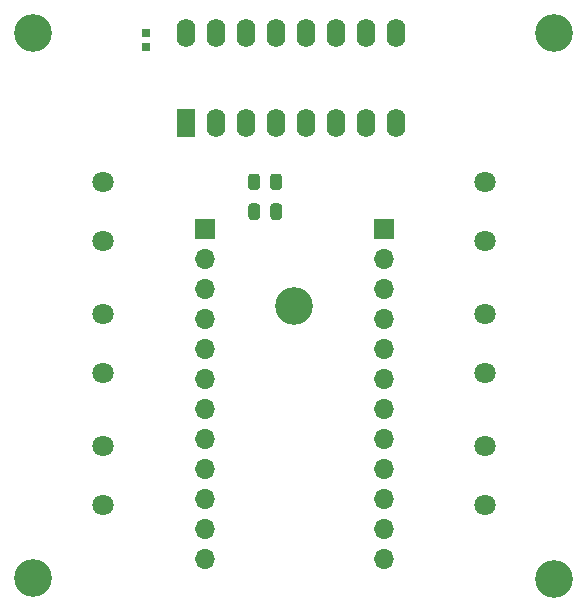
<source format=gbr>
%TF.GenerationSoftware,KiCad,Pcbnew,5.1.6-c6e7f7d~86~ubuntu18.04.1*%
%TF.CreationDate,2020-07-11T09:23:51+02:00*%
%TF.ProjectId,chickenDoor,63686963-6b65-46e4-946f-6f722e6b6963,rev?*%
%TF.SameCoordinates,Original*%
%TF.FileFunction,Soldermask,Top*%
%TF.FilePolarity,Negative*%
%FSLAX46Y46*%
G04 Gerber Fmt 4.6, Leading zero omitted, Abs format (unit mm)*
G04 Created by KiCad (PCBNEW 5.1.6-c6e7f7d~86~ubuntu18.04.1) date 2020-07-11 09:23:51*
%MOMM*%
%LPD*%
G01*
G04 APERTURE LIST*
%ADD10C,3.200000*%
%ADD11C,1.800000*%
%ADD12R,0.800000X0.800000*%
%ADD13R,1.600000X2.400000*%
%ADD14O,1.600000X2.400000*%
%ADD15O,1.700000X1.700000*%
%ADD16R,1.700000X1.700000*%
G04 APERTURE END LIST*
D10*
%TO.C,REF\u002A\u002A*%
X124520000Y-80490000D03*
%TD*%
%TO.C,REF\u002A\u002A*%
X146590000Y-103590000D03*
%TD*%
%TO.C,REF\u002A\u002A*%
X102440000Y-103580000D03*
%TD*%
%TO.C,REF\u002A\u002A*%
X102450000Y-57410000D03*
%TD*%
%TO.C,REF\u002A\u002A*%
X146590000Y-57410000D03*
%TD*%
D11*
%TO.C,J1*%
X108400000Y-75000000D03*
X108400000Y-70000000D03*
%TD*%
%TO.C,J2*%
X108400000Y-81200000D03*
X108400000Y-86200000D03*
%TD*%
%TO.C,J3*%
X108400000Y-97400000D03*
X108400000Y-92400000D03*
%TD*%
%TO.C,J4*%
X140700000Y-86200000D03*
X140700000Y-81200000D03*
%TD*%
%TO.C,J6*%
X140700000Y-92400000D03*
X140700000Y-97400000D03*
%TD*%
%TO.C,J8*%
X140700000Y-75000000D03*
X140700000Y-70000000D03*
%TD*%
D12*
%TO.C,JP1*%
X112030000Y-57430000D03*
X112030000Y-58630000D03*
%TD*%
%TO.C,R1*%
G36*
G01*
X122542500Y-70456250D02*
X122542500Y-69543750D01*
G75*
G02*
X122786250Y-69300000I243750J0D01*
G01*
X123273750Y-69300000D01*
G75*
G02*
X123517500Y-69543750I0J-243750D01*
G01*
X123517500Y-70456250D01*
G75*
G02*
X123273750Y-70700000I-243750J0D01*
G01*
X122786250Y-70700000D01*
G75*
G02*
X122542500Y-70456250I0J243750D01*
G01*
G37*
G36*
G01*
X120667500Y-70456250D02*
X120667500Y-69543750D01*
G75*
G02*
X120911250Y-69300000I243750J0D01*
G01*
X121398750Y-69300000D01*
G75*
G02*
X121642500Y-69543750I0J-243750D01*
G01*
X121642500Y-70456250D01*
G75*
G02*
X121398750Y-70700000I-243750J0D01*
G01*
X120911250Y-70700000D01*
G75*
G02*
X120667500Y-70456250I0J243750D01*
G01*
G37*
%TD*%
%TO.C,R2*%
G36*
G01*
X122557500Y-72986250D02*
X122557500Y-72073750D01*
G75*
G02*
X122801250Y-71830000I243750J0D01*
G01*
X123288750Y-71830000D01*
G75*
G02*
X123532500Y-72073750I0J-243750D01*
G01*
X123532500Y-72986250D01*
G75*
G02*
X123288750Y-73230000I-243750J0D01*
G01*
X122801250Y-73230000D01*
G75*
G02*
X122557500Y-72986250I0J243750D01*
G01*
G37*
G36*
G01*
X120682500Y-72986250D02*
X120682500Y-72073750D01*
G75*
G02*
X120926250Y-71830000I243750J0D01*
G01*
X121413750Y-71830000D01*
G75*
G02*
X121657500Y-72073750I0J-243750D01*
G01*
X121657500Y-72986250D01*
G75*
G02*
X121413750Y-73230000I-243750J0D01*
G01*
X120926250Y-73230000D01*
G75*
G02*
X120682500Y-72986250I0J243750D01*
G01*
G37*
%TD*%
D13*
%TO.C,U1*%
X115400000Y-65060000D03*
D14*
X133180000Y-57440000D03*
X117940000Y-65060000D03*
X130640000Y-57440000D03*
X120480000Y-65060000D03*
X128100000Y-57440000D03*
X123020000Y-65060000D03*
X125560000Y-57440000D03*
X125560000Y-65060000D03*
X123020000Y-57440000D03*
X128100000Y-65060000D03*
X120480000Y-57440000D03*
X130640000Y-65060000D03*
X117940000Y-57440000D03*
X133180000Y-65060000D03*
X115400000Y-57440000D03*
%TD*%
D15*
%TO.C,J5*%
X117000000Y-101940000D03*
X117000000Y-99400000D03*
X117000000Y-96860000D03*
X117000000Y-94320000D03*
X117000000Y-91780000D03*
X117000000Y-89240000D03*
X117000000Y-86700000D03*
X117000000Y-84160000D03*
X117000000Y-81620000D03*
X117000000Y-79080000D03*
X117000000Y-76540000D03*
D16*
X117000000Y-74000000D03*
%TD*%
%TO.C,J7*%
X132200000Y-74000000D03*
D15*
X132200000Y-76540000D03*
X132200000Y-79080000D03*
X132200000Y-81620000D03*
X132200000Y-84160000D03*
X132200000Y-86700000D03*
X132200000Y-89240000D03*
X132200000Y-91780000D03*
X132200000Y-94320000D03*
X132200000Y-96860000D03*
X132200000Y-99400000D03*
X132200000Y-101940000D03*
%TD*%
M02*

</source>
